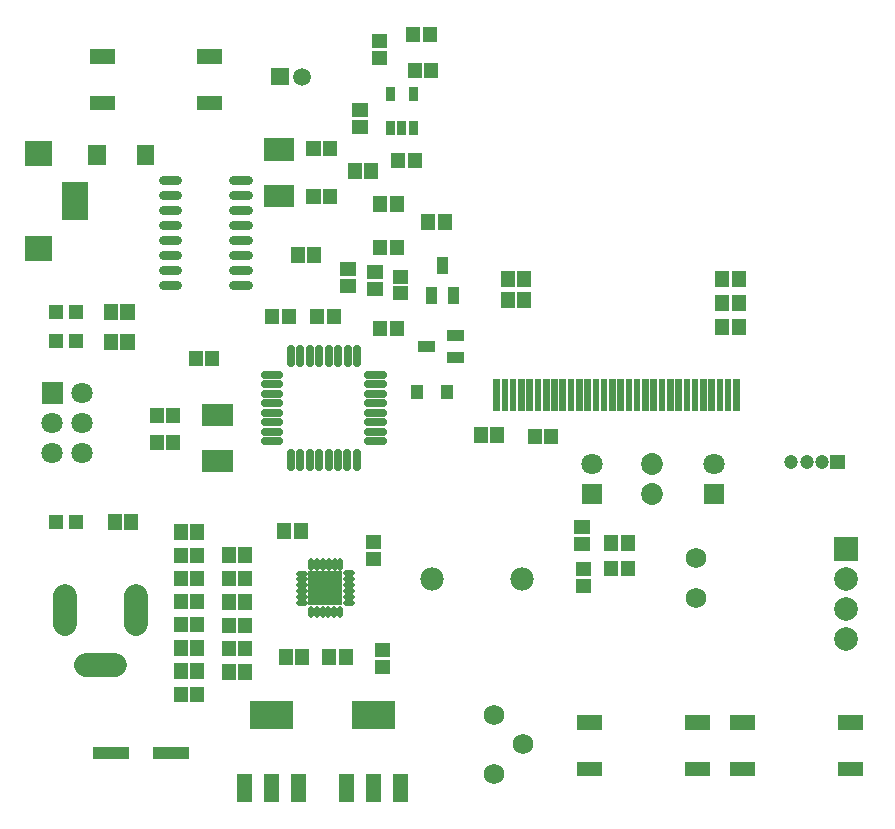
<source format=gts>
G04 Layer: TopSolderMaskLayer*
G04 EasyEDA v6.4.7, 2020-10-11T20:05:18--4:00*
G04 e6b0d2e49f2c434995fed72e9f85cac0,1eb4b4baf0c945e885b29d49d8d6ac6e,10*
G04 Gerber Generator version 0.2*
G04 Scale: 100 percent, Rotated: No, Reflected: No *
G04 Dimensions in millimeters *
G04 leading zeros omitted , absolute positions ,3 integer and 3 decimal *
%FSLAX33Y33*%
%MOMM*%
G90*
D02*

%ADD55C,0.803199*%
%ADD56C,2.003196*%
%ADD57C,0.483210*%
%ADD58C,0.653212*%
%ADD69C,1.203198*%
%ADD76R,1.295400X1.193800*%
%ADD77C,1.727200*%
%ADD78C,1.981200*%
%ADD80C,1.503197*%
%ADD83R,1.803197X1.727200*%
%ADD84C,1.803197*%
%ADD85C,1.854200*%

%LPD*%
G54D55*
G01X13251Y54739D02*
G01X12051Y54739D01*
G01X13251Y53469D02*
G01X12051Y53469D01*
G01X13251Y52199D02*
G01X12051Y52199D01*
G01X13251Y50929D02*
G01X12051Y50929D01*
G01X13251Y49659D02*
G01X12051Y49659D01*
G01X13251Y48389D02*
G01X12051Y48389D01*
G01X13251Y47119D02*
G01X12051Y47119D01*
G01X13251Y45849D02*
G01X12051Y45849D01*
G01X19194Y54739D02*
G01X17994Y54739D01*
G01X19194Y53469D02*
G01X17994Y53469D01*
G01X19194Y52199D02*
G01X17994Y52199D01*
G01X19194Y50929D02*
G01X17994Y50929D01*
G01X19194Y49659D02*
G01X17994Y49659D01*
G01X19194Y48389D02*
G01X17994Y48389D01*
G01X19194Y47119D02*
G01X17994Y47119D01*
G01X19194Y45849D02*
G01X17994Y45849D01*
G54D56*
G01X9732Y19554D02*
G01X9732Y17154D01*
G01X3733Y17154D02*
G01X3733Y19554D01*
G01X7933Y13653D02*
G01X5533Y13653D01*
G54D57*
G01X23523Y21426D02*
G01X24043Y21426D01*
G01X23523Y20926D02*
G01X24043Y20926D01*
G01X23523Y20426D02*
G01X24043Y20426D01*
G01X23523Y19928D02*
G01X24043Y19928D01*
G01X23523Y19427D02*
G01X24043Y19427D01*
G01X23523Y18927D02*
G01X24043Y18927D01*
G01X24538Y18455D02*
G01X24538Y17935D01*
G01X25038Y18455D02*
G01X25038Y17935D01*
G01X25539Y18455D02*
G01X25539Y17935D01*
G01X26037Y18455D02*
G01X26037Y17935D01*
G01X26537Y18455D02*
G01X26537Y17935D01*
G01X27037Y18455D02*
G01X27037Y17935D01*
G01X27523Y18937D02*
G01X28042Y18937D01*
G01X27523Y19438D02*
G01X28042Y19438D01*
G01X27523Y19938D02*
G01X28042Y19938D01*
G01X27523Y20436D02*
G01X28042Y20436D01*
G01X27523Y20936D02*
G01X28042Y20936D01*
G01X27523Y21437D02*
G01X28042Y21437D01*
G01X27053Y22454D02*
G01X27053Y21935D01*
G01X26552Y22454D02*
G01X26552Y21935D01*
G01X26052Y22454D02*
G01X26052Y21935D01*
G01X25554Y22454D02*
G01X25554Y21935D01*
G01X25054Y22454D02*
G01X25054Y21935D01*
G01X24553Y22454D02*
G01X24553Y21935D01*
G54D58*
G01X22862Y40416D02*
G01X22862Y39216D01*
G01X23662Y40416D02*
G01X23662Y39216D01*
G01X24462Y40416D02*
G01X24462Y39216D01*
G01X25262Y40416D02*
G01X25262Y39216D01*
G01X26059Y40416D02*
G01X26059Y39216D01*
G01X26859Y40416D02*
G01X26859Y39216D01*
G01X27660Y40416D02*
G01X27660Y39216D01*
G01X28460Y40416D02*
G01X28460Y39216D01*
G01X29424Y38241D02*
G01X30624Y38241D01*
G01X29424Y37441D02*
G01X30624Y37441D01*
G01X29424Y36641D02*
G01X30624Y36641D01*
G01X29424Y35841D02*
G01X30624Y35841D01*
G01X29424Y35043D02*
G01X30624Y35043D01*
G01X29424Y34243D02*
G01X30624Y34243D01*
G01X29424Y33443D02*
G01X30624Y33443D01*
G01X29424Y32643D02*
G01X30624Y32643D01*
G01X28450Y31653D02*
G01X28450Y30453D01*
G01X27649Y31653D02*
G01X27649Y30453D01*
G01X26849Y31653D02*
G01X26849Y30453D01*
G01X26049Y31653D02*
G01X26049Y30453D01*
G01X25252Y31653D02*
G01X25252Y30453D01*
G01X24452Y31653D02*
G01X24452Y30453D01*
G01X23651Y31653D02*
G01X23651Y30453D01*
G01X22851Y31653D02*
G01X22851Y30453D01*
G01X20687Y32653D02*
G01X21887Y32653D01*
G01X20687Y33453D02*
G01X21887Y33453D01*
G01X20687Y34253D02*
G01X21887Y34253D01*
G01X20687Y35054D02*
G01X21887Y35054D01*
G01X20687Y35851D02*
G01X21887Y35851D01*
G01X20687Y36651D02*
G01X21887Y36651D01*
G01X20687Y37451D02*
G01X21887Y37451D01*
G01X20687Y38251D02*
G01X21887Y38251D01*
G36*
G01X14325Y18399D02*
G01X14325Y19704D01*
G01X15526Y19704D01*
G01X15526Y18399D01*
G01X14325Y18399D01*
G37*
G36*
G01X12925Y18399D02*
G01X12925Y19704D01*
G01X14126Y19704D01*
G01X14126Y18399D01*
G01X12925Y18399D01*
G37*
G36*
G01X12925Y20362D02*
G01X12925Y21665D01*
G01X14126Y21665D01*
G01X14126Y20362D01*
G01X12925Y20362D01*
G37*
G36*
G01X14325Y20362D02*
G01X14325Y21665D01*
G01X15529Y21665D01*
G01X15529Y20362D01*
G01X14325Y20362D01*
G37*
G36*
G01X12925Y22326D02*
G01X12925Y23629D01*
G01X14126Y23629D01*
G01X14126Y22326D01*
G01X12925Y22326D01*
G37*
G36*
G01X14325Y22326D02*
G01X14325Y23629D01*
G01X15529Y23629D01*
G01X15529Y22326D01*
G01X14325Y22326D01*
G37*
G36*
G01X14195Y38973D02*
G01X14195Y40278D01*
G01X15396Y40278D01*
G01X15396Y38973D01*
G01X14195Y38973D01*
G37*
G36*
G01X15595Y38973D02*
G01X15595Y40278D01*
G01X16796Y40278D01*
G01X16796Y38973D01*
G01X15595Y38973D01*
G37*
G36*
G01X10893Y34147D02*
G01X10893Y35452D01*
G01X12094Y35452D01*
G01X12094Y34147D01*
G01X10893Y34147D01*
G37*
G36*
G01X12293Y34147D02*
G01X12293Y35452D01*
G01X13494Y35452D01*
G01X13494Y34147D01*
G01X12293Y34147D01*
G37*
G36*
G01X10893Y31861D02*
G01X10893Y33166D01*
G01X12094Y33166D01*
G01X12094Y31861D01*
G01X10893Y31861D01*
G37*
G36*
G01X12293Y31861D02*
G01X12293Y33166D01*
G01X13494Y33166D01*
G01X13494Y31861D01*
G01X12293Y31861D01*
G37*
G36*
G01X15338Y33903D02*
G01X15338Y35805D01*
G01X17942Y35805D01*
G01X17942Y33903D01*
G01X15338Y33903D01*
G37*
G36*
G01X15335Y29984D02*
G01X15335Y31886D01*
G01X17939Y31886D01*
G01X17939Y29984D01*
G01X15335Y29984D01*
G37*
G36*
G01X22072Y42529D02*
G01X22072Y43834D01*
G01X23273Y43834D01*
G01X23273Y42529D01*
G01X22072Y42529D01*
G37*
G36*
G01X20672Y42529D02*
G01X20672Y43834D01*
G01X21873Y43834D01*
G01X21873Y42529D01*
G01X20672Y42529D01*
G37*
G36*
G01X24482Y42529D02*
G01X24482Y43834D01*
G01X25683Y43834D01*
G01X25683Y42529D01*
G01X24482Y42529D01*
G37*
G36*
G01X25882Y42529D02*
G01X25882Y43834D01*
G01X27083Y43834D01*
G01X27083Y42529D01*
G01X25882Y42529D01*
G37*
G36*
G01X14325Y16438D02*
G01X14325Y17741D01*
G01X15526Y17741D01*
G01X15526Y16438D01*
G01X14325Y16438D01*
G37*
G36*
G01X12925Y16438D02*
G01X12925Y17741D01*
G01X14126Y17741D01*
G01X14126Y16438D01*
G01X12925Y16438D01*
G37*
G36*
G01X20545Y56382D02*
G01X20545Y58284D01*
G01X23149Y58284D01*
G01X23149Y56382D01*
G01X20545Y56382D01*
G37*
G36*
G01X20542Y52463D02*
G01X20542Y54365D01*
G01X23146Y54365D01*
G01X23146Y52463D01*
G01X20542Y52463D01*
G37*
G36*
G01X25564Y52689D02*
G01X25564Y53994D01*
G01X26765Y53994D01*
G01X26765Y52689D01*
G01X25564Y52689D01*
G37*
G36*
G01X24165Y52689D02*
G01X24165Y53994D01*
G01X25366Y53994D01*
G01X25366Y52689D01*
G01X24165Y52689D01*
G37*
G36*
G01X25564Y56753D02*
G01X25564Y58058D01*
G01X26765Y58058D01*
G01X26765Y56753D01*
G01X25564Y56753D01*
G37*
G36*
G01X24165Y56753D02*
G01X24165Y58058D01*
G01X25366Y58058D01*
G01X25366Y56753D01*
G01X24165Y56753D01*
G37*
G36*
G01X3484Y51332D02*
G01X3484Y51988D01*
G01X5686Y51988D01*
G01X5686Y51332D01*
G01X3484Y51332D01*
G37*
G36*
G01X3484Y51983D02*
G01X3484Y52638D01*
G01X5686Y52638D01*
G01X5686Y51983D01*
G01X3484Y51983D01*
G37*
G36*
G01X3484Y52633D02*
G01X3484Y53288D01*
G01X5686Y53288D01*
G01X5686Y52633D01*
G01X3484Y52633D01*
G37*
G36*
G01X3484Y53283D02*
G01X3484Y53938D01*
G01X5686Y53938D01*
G01X5686Y53283D01*
G01X3484Y53283D01*
G37*
G36*
G01X3484Y53933D02*
G01X3484Y54589D01*
G01X5686Y54589D01*
G01X5686Y53933D01*
G01X3484Y53933D01*
G37*
G36*
G01X362Y47908D02*
G01X362Y50012D01*
G01X2666Y50012D01*
G01X2666Y47908D01*
G01X362Y47908D01*
G37*
G36*
G01X362Y55909D02*
G01X362Y58013D01*
G01X2666Y58013D01*
G01X2666Y55909D01*
G01X362Y55909D01*
G37*
G36*
G01X5717Y56059D02*
G01X5717Y57733D01*
G01X7190Y57733D01*
G01X7190Y56059D01*
G01X5717Y56059D01*
G37*
G36*
G01X9831Y56059D02*
G01X9831Y57733D01*
G01X11305Y57733D01*
G01X11305Y56059D01*
G01X9831Y56059D01*
G37*
G36*
G01X18264Y2072D02*
G01X18264Y4434D01*
G01X19560Y4434D01*
G01X19560Y2072D01*
G01X18264Y2072D01*
G37*
G36*
G01X20576Y2072D02*
G01X20576Y4434D01*
G01X21871Y4434D01*
G01X21871Y2072D01*
G01X20576Y2072D01*
G37*
G36*
G01X22862Y2072D02*
G01X22862Y4434D01*
G01X24157Y4434D01*
G01X24157Y2072D01*
G01X22862Y2072D01*
G37*
G36*
G01X19369Y8269D02*
G01X19369Y10631D01*
G01X23077Y10631D01*
G01X23077Y8269D01*
G01X19369Y8269D01*
G37*
G36*
G01X12925Y10550D02*
G01X12925Y11853D01*
G01X14126Y11853D01*
G01X14126Y10550D01*
G01X12925Y10550D01*
G37*
G36*
G01X14325Y10550D02*
G01X14325Y11853D01*
G01X15529Y11853D01*
G01X15529Y10550D01*
G01X14325Y10550D01*
G37*
G36*
G01X6120Y5724D02*
G01X6120Y6725D01*
G01X9123Y6725D01*
G01X9123Y5724D01*
G01X6120Y5724D01*
G37*
G36*
G01X11200Y5724D02*
G01X11200Y6725D01*
G01X14203Y6725D01*
G01X14203Y5724D01*
G01X11200Y5724D01*
G37*
G36*
G01X46974Y21183D02*
G01X46974Y22384D01*
G01X48279Y22384D01*
G01X48279Y21183D01*
G01X46974Y21183D01*
G37*
G36*
G01X46974Y19783D02*
G01X46974Y20984D01*
G01X48279Y20984D01*
G01X48279Y19783D01*
G01X46974Y19783D01*
G37*
G36*
G01X68533Y30261D02*
G01X68533Y31464D01*
G01X69737Y31464D01*
G01X69737Y30261D01*
G01X68533Y30261D01*
G37*
G54D69*
G01X67834Y30863D03*
G01X66535Y30863D03*
G01X65235Y30863D03*
G36*
G01X58772Y45704D02*
G01X58772Y47009D01*
G01X59973Y47009D01*
G01X59973Y45704D01*
G01X58772Y45704D01*
G37*
G36*
G01X60172Y45704D02*
G01X60172Y47009D01*
G01X61373Y47009D01*
G01X61373Y45704D01*
G01X60172Y45704D01*
G37*
G36*
G01X60172Y43672D02*
G01X60172Y44977D01*
G01X61373Y44977D01*
G01X61373Y43672D01*
G01X60172Y43672D01*
G37*
G36*
G01X58772Y43672D02*
G01X58772Y44977D01*
G01X59973Y44977D01*
G01X59973Y43672D01*
G01X58772Y43672D01*
G37*
G36*
G01X60172Y41640D02*
G01X60172Y42945D01*
G01X61373Y42945D01*
G01X61373Y41640D01*
G01X60172Y41640D01*
G37*
G36*
G01X58772Y41640D02*
G01X58772Y42945D01*
G01X59973Y42945D01*
G01X59973Y41640D01*
G01X58772Y41640D01*
G37*
G36*
G01X30944Y58531D02*
G01X30944Y59735D01*
G01X31698Y59735D01*
G01X31698Y58531D01*
G01X30944Y58531D01*
G37*
G36*
G01X31884Y58531D02*
G01X31884Y59735D01*
G01X32638Y59735D01*
G01X32638Y58531D01*
G01X31884Y58531D01*
G37*
G36*
G01X32823Y58531D02*
G01X32823Y59735D01*
G01X33578Y59735D01*
G01X33578Y58531D01*
G01X32823Y58531D01*
G37*
G36*
G01X32823Y61426D02*
G01X32823Y62630D01*
G01X33578Y62630D01*
G01X33578Y61426D01*
G01X32823Y61426D01*
G37*
G36*
G01X30944Y61426D02*
G01X30944Y62630D01*
G01X31698Y62630D01*
G01X31698Y61426D01*
G01X30944Y61426D01*
G37*
G36*
G01X29702Y64487D02*
G01X29702Y65688D01*
G01X31007Y65688D01*
G01X31007Y64487D01*
G01X29702Y64487D01*
G37*
G36*
G01X29702Y65887D02*
G01X29702Y67088D01*
G01X31007Y67088D01*
G01X31007Y65887D01*
G01X29702Y65887D01*
G37*
G36*
G01X34010Y66405D02*
G01X34010Y67710D01*
G01X35211Y67710D01*
G01X35211Y66405D01*
G01X34010Y66405D01*
G37*
G36*
G01X32610Y66405D02*
G01X32610Y67710D01*
G01X33811Y67710D01*
G01X33811Y66405D01*
G01X32610Y66405D01*
G37*
G36*
G01X34137Y63357D02*
G01X34137Y64662D01*
G01X35338Y64662D01*
G01X35338Y63357D01*
G01X34137Y63357D01*
G37*
G36*
G01X32737Y63357D02*
G01X32737Y64662D01*
G01X33938Y64662D01*
G01X33938Y63357D01*
G01X32737Y63357D01*
G37*
G36*
G01X31340Y55737D02*
G01X31340Y57042D01*
G01X32541Y57042D01*
G01X32541Y55737D01*
G01X31340Y55737D01*
G37*
G36*
G01X32740Y55737D02*
G01X32740Y57042D01*
G01X33941Y57042D01*
G01X33941Y55737D01*
G01X32740Y55737D01*
G37*
G36*
G01X29816Y52054D02*
G01X29816Y53359D01*
G01X31017Y53359D01*
G01X31017Y52054D01*
G01X29816Y52054D01*
G37*
G36*
G01X31216Y52054D02*
G01X31216Y53359D01*
G01X32417Y53359D01*
G01X32417Y52054D01*
G01X31216Y52054D01*
G37*
G36*
G01X27657Y54848D02*
G01X27657Y56153D01*
G01X28858Y56153D01*
G01X28858Y54848D01*
G01X27657Y54848D01*
G37*
G36*
G01X29057Y54848D02*
G01X29057Y56153D01*
G01X30258Y56153D01*
G01X30258Y54848D01*
G01X29057Y54848D01*
G37*
G36*
G01X28051Y60045D02*
G01X28051Y61246D01*
G01X29356Y61246D01*
G01X29356Y60045D01*
G01X28051Y60045D01*
G37*
G36*
G01X28051Y58645D02*
G01X28051Y59846D01*
G01X29356Y59846D01*
G01X29356Y58645D01*
G01X28051Y58645D01*
G37*
G36*
G01X12925Y24289D02*
G01X12925Y25592D01*
G01X14126Y25592D01*
G01X14126Y24289D01*
G01X12925Y24289D01*
G37*
G36*
G01X14325Y24289D02*
G01X14325Y25592D01*
G01X15529Y25592D01*
G01X15529Y24289D01*
G01X14325Y24289D01*
G37*
G36*
G01X39725Y32496D02*
G01X39725Y33801D01*
G01X40926Y33801D01*
G01X40926Y32496D01*
G01X39725Y32496D01*
G37*
G36*
G01X38325Y32496D02*
G01X38325Y33801D01*
G01X39526Y33801D01*
G01X39526Y32496D01*
G01X38325Y32496D01*
G37*
G36*
G01X44297Y32369D02*
G01X44297Y33674D01*
G01X45498Y33674D01*
G01X45498Y32369D01*
G01X44297Y32369D01*
G37*
G36*
G01X42897Y32369D02*
G01X42897Y33674D01*
G01X44098Y33674D01*
G01X44098Y32369D01*
G01X42897Y32369D01*
G37*
G36*
G01X16989Y22336D02*
G01X16989Y23641D01*
G01X18190Y23641D01*
G01X18190Y22336D01*
G01X16989Y22336D01*
G37*
G36*
G01X18389Y22336D02*
G01X18389Y23641D01*
G01X19590Y23641D01*
G01X19590Y22336D01*
G01X18389Y22336D01*
G37*
G36*
G01X16989Y20355D02*
G01X16989Y21660D01*
G01X18190Y21660D01*
G01X18190Y20355D01*
G01X16989Y20355D01*
G37*
G36*
G01X18389Y20355D02*
G01X18389Y21660D01*
G01X19590Y21660D01*
G01X19590Y20355D01*
G01X18389Y20355D01*
G37*
G36*
G01X40611Y45704D02*
G01X40611Y47009D01*
G01X41812Y47009D01*
G01X41812Y45704D01*
G01X40611Y45704D01*
G37*
G36*
G01X42011Y45704D02*
G01X42011Y47009D01*
G01X43212Y47009D01*
G01X43212Y45704D01*
G01X42011Y45704D01*
G37*
G36*
G01X22831Y47736D02*
G01X22831Y49041D01*
G01X24032Y49041D01*
G01X24032Y47736D01*
G01X22831Y47736D01*
G37*
G36*
G01X24231Y47736D02*
G01X24231Y49041D01*
G01X25432Y49041D01*
G01X25432Y47736D01*
G01X24231Y47736D01*
G37*
G36*
G01X29816Y48371D02*
G01X29816Y49676D01*
G01X31017Y49676D01*
G01X31017Y48371D01*
G01X29816Y48371D01*
G37*
G36*
G01X31216Y48371D02*
G01X31216Y49676D01*
G01X32417Y49676D01*
G01X32417Y48371D01*
G01X31216Y48371D01*
G37*
G36*
G01X33029Y36230D02*
G01X33029Y37433D01*
G01X34032Y37433D01*
G01X34032Y36230D01*
G01X33029Y36230D01*
G37*
G36*
G01X35569Y36230D02*
G01X35569Y37433D01*
G01X36572Y37433D01*
G01X36572Y36230D01*
G01X35569Y36230D01*
G37*
G36*
G01X31216Y41513D02*
G01X31216Y42818D01*
G01X32417Y42818D01*
G01X32417Y41513D01*
G01X31216Y41513D01*
G37*
G36*
G01X29816Y41513D02*
G01X29816Y42818D01*
G01X31017Y42818D01*
G01X31017Y41513D01*
G01X29816Y41513D01*
G37*
G36*
G01X33880Y50530D02*
G01X33880Y51835D01*
G01X35081Y51835D01*
G01X35081Y50530D01*
G01X33880Y50530D01*
G37*
G36*
G01X35280Y50530D02*
G01X35280Y51835D01*
G01X36481Y51835D01*
G01X36481Y50530D01*
G01X35280Y50530D01*
G37*
G36*
G01X26900Y2072D02*
G01X26900Y4434D01*
G01X28196Y4434D01*
G01X28196Y2072D01*
G01X26900Y2072D01*
G37*
G36*
G01X29212Y2072D02*
G01X29212Y4434D01*
G01X30507Y4434D01*
G01X30507Y2072D01*
G01X29212Y2072D01*
G37*
G36*
G01X31498Y2072D02*
G01X31498Y4434D01*
G01X32793Y4434D01*
G01X32793Y2072D01*
G01X31498Y2072D01*
G37*
G36*
G01X28005Y8269D02*
G01X28005Y10631D01*
G01X31713Y10631D01*
G01X31713Y8269D01*
G01X28005Y8269D01*
G37*
G36*
G01X14325Y12511D02*
G01X14325Y13814D01*
G01X15526Y13814D01*
G01X15526Y12511D01*
G01X14325Y12511D01*
G37*
G36*
G01X12925Y12511D02*
G01X12925Y13814D01*
G01X14126Y13814D01*
G01X14126Y12511D01*
G01X12925Y12511D01*
G37*
G36*
G01X16989Y12430D02*
G01X16989Y13735D01*
G01X18190Y13735D01*
G01X18190Y12430D01*
G01X16989Y12430D01*
G37*
G36*
G01X18389Y12430D02*
G01X18389Y13735D01*
G01X19590Y13735D01*
G01X19590Y12430D01*
G01X18389Y12430D01*
G37*
G36*
G01X18389Y14411D02*
G01X18389Y15716D01*
G01X19590Y15716D01*
G01X19590Y14411D01*
G01X18389Y14411D01*
G37*
G36*
G01X16986Y14411D02*
G01X16986Y15716D01*
G01X18190Y15716D01*
G01X18190Y14411D01*
G01X16986Y14411D01*
G37*
G36*
G01X12925Y14474D02*
G01X12925Y15777D01*
G01X14126Y15777D01*
G01X14126Y14474D01*
G01X12925Y14474D01*
G37*
G36*
G01X14325Y14474D02*
G01X14325Y15777D01*
G01X15529Y15777D01*
G01X15529Y14474D01*
G01X14325Y14474D01*
G37*
G36*
G01X35236Y46753D02*
G01X35236Y48206D01*
G01X36141Y48206D01*
G01X36141Y46753D01*
G01X35236Y46753D01*
G37*
G36*
G01X36186Y44253D02*
G01X36186Y45706D01*
G01X37091Y45706D01*
G01X37091Y44253D01*
G01X36186Y44253D01*
G37*
G36*
G01X34286Y44253D02*
G01X34286Y45706D01*
G01X35191Y45706D01*
G01X35191Y44253D01*
G01X34286Y44253D01*
G37*
G36*
G01X33585Y40189D02*
G01X33585Y41094D01*
G01X35038Y41094D01*
G01X35038Y40189D01*
G01X33585Y40189D01*
G37*
G36*
G01X36085Y41139D02*
G01X36085Y42044D01*
G01X37538Y42044D01*
G01X37538Y41139D01*
G01X36085Y41139D01*
G37*
G36*
G01X36085Y39239D02*
G01X36085Y40144D01*
G01X37538Y40144D01*
G01X37538Y39239D01*
G01X36085Y39239D01*
G37*
G36*
G01X31480Y45948D02*
G01X31480Y47149D01*
G01X32785Y47149D01*
G01X32785Y45948D01*
G01X31480Y45948D01*
G37*
G36*
G01X31480Y44548D02*
G01X31480Y45749D01*
G01X32785Y45749D01*
G01X32785Y44548D01*
G01X31480Y44548D01*
G37*
G36*
G01X27035Y46583D02*
G01X27035Y47784D01*
G01X28340Y47784D01*
G01X28340Y46583D01*
G01X27035Y46583D01*
G37*
G36*
G01X27035Y45183D02*
G01X27035Y46384D01*
G01X28340Y46384D01*
G01X28340Y45183D01*
G01X27035Y45183D01*
G37*
G36*
G01X40611Y43926D02*
G01X40611Y45231D01*
G01X41812Y45231D01*
G01X41812Y43926D01*
G01X40611Y43926D01*
G37*
G36*
G01X42011Y43926D02*
G01X42011Y45231D01*
G01X43212Y45231D01*
G01X43212Y43926D01*
G01X42011Y43926D01*
G37*
G36*
G01X29321Y44929D02*
G01X29321Y46130D01*
G01X30626Y46130D01*
G01X30626Y44929D01*
G01X29321Y44929D01*
G37*
G36*
G01X29321Y46329D02*
G01X29321Y47530D01*
G01X30626Y47530D01*
G01X30626Y46329D01*
G01X29321Y46329D01*
G37*
G36*
G01X24340Y18739D02*
G01X24340Y21625D01*
G01X27225Y21625D01*
G01X27225Y18739D01*
G01X24340Y18739D01*
G37*
G36*
G01X21688Y24368D02*
G01X21688Y25673D01*
G01X22889Y25673D01*
G01X22889Y24368D01*
G01X21688Y24368D01*
G37*
G36*
G01X23088Y24368D02*
G01X23088Y25673D01*
G01X24289Y25673D01*
G01X24289Y24368D01*
G01X23088Y24368D01*
G37*
G36*
G01X29194Y22069D02*
G01X29194Y23270D01*
G01X30499Y23270D01*
G01X30499Y22069D01*
G01X29194Y22069D01*
G37*
G36*
G01X29194Y23469D02*
G01X29194Y24670D01*
G01X30499Y24670D01*
G01X30499Y23469D01*
G01X29194Y23469D01*
G37*
G36*
G01X29956Y14325D02*
G01X29956Y15526D01*
G01X31261Y15526D01*
G01X31261Y14325D01*
G01X29956Y14325D01*
G37*
G36*
G01X29956Y12925D02*
G01X29956Y14126D01*
G01X31261Y14126D01*
G01X31261Y12925D01*
G01X29956Y12925D01*
G37*
G36*
G01X23215Y13700D02*
G01X23215Y15005D01*
G01X24416Y15005D01*
G01X24416Y13700D01*
G01X23215Y13700D01*
G37*
G36*
G01X21815Y13700D02*
G01X21815Y15005D01*
G01X23016Y15005D01*
G01X23016Y13700D01*
G01X21815Y13700D01*
G37*
G36*
G01X25498Y13700D02*
G01X25498Y15005D01*
G01X26699Y15005D01*
G01X26699Y13700D01*
G01X25498Y13700D01*
G37*
G36*
G01X26898Y13700D02*
G01X26898Y15005D01*
G01X28099Y15005D01*
G01X28099Y13700D01*
G01X26898Y13700D01*
G37*
G36*
G01X16989Y16392D02*
G01X16989Y17698D01*
G01X18190Y17698D01*
G01X18190Y16392D01*
G01X16989Y16392D01*
G37*
G36*
G01X18389Y16392D02*
G01X18389Y17698D01*
G01X19590Y17698D01*
G01X19590Y16392D01*
G01X18389Y16392D01*
G37*
G36*
G01X18389Y18373D02*
G01X18389Y19679D01*
G01X19590Y19679D01*
G01X19590Y18373D01*
G01X18389Y18373D01*
G37*
G36*
G01X16986Y18373D02*
G01X16986Y19679D01*
G01X18190Y19679D01*
G01X18190Y18373D01*
G01X16986Y18373D01*
G37*
G36*
G01X46847Y23339D02*
G01X46847Y24540D01*
G01X48152Y24540D01*
G01X48152Y23339D01*
G01X46847Y23339D01*
G37*
G36*
G01X46847Y24739D02*
G01X46847Y25940D01*
G01X48152Y25940D01*
G01X48152Y24739D01*
G01X46847Y24739D01*
G37*
G36*
G01X49374Y23352D02*
G01X49374Y24657D01*
G01X50575Y24657D01*
G01X50575Y23352D01*
G01X49374Y23352D01*
G37*
G36*
G01X50774Y23352D02*
G01X50774Y24657D01*
G01X51975Y24657D01*
G01X51975Y23352D01*
G01X50774Y23352D01*
G37*
G36*
G01X49374Y21193D02*
G01X49374Y22498D01*
G01X50575Y22498D01*
G01X50575Y21193D01*
G01X49374Y21193D01*
G37*
G36*
G01X50774Y21193D02*
G01X50774Y22498D01*
G01X51975Y22498D01*
G01X51975Y21193D01*
G01X50774Y21193D01*
G37*
G36*
G01X7020Y40370D02*
G01X7020Y41675D01*
G01X8221Y41675D01*
G01X8221Y40370D01*
G01X7020Y40370D01*
G37*
G36*
G01X8419Y40370D02*
G01X8419Y41675D01*
G01X9620Y41675D01*
G01X9620Y40370D01*
G01X8419Y40370D01*
G37*
G36*
G01X7020Y42910D02*
G01X7020Y44215D01*
G01X8221Y44215D01*
G01X8221Y42910D01*
G01X7020Y42910D01*
G37*
G36*
G01X8419Y42910D02*
G01X8419Y44215D01*
G01X9620Y44215D01*
G01X9620Y42910D01*
G01X8419Y42910D01*
G37*
G36*
G01X8737Y25130D02*
G01X8737Y26435D01*
G01X9938Y26435D01*
G01X9938Y25130D01*
G01X8737Y25130D01*
G37*
G36*
G01X7337Y25130D02*
G01X7337Y26435D01*
G01X8538Y26435D01*
G01X8538Y25130D01*
G01X7337Y25130D01*
G37*
G36*
G01X5831Y60697D02*
G01X5831Y61899D01*
G01X7934Y61899D01*
G01X7934Y60697D01*
G01X5831Y60697D01*
G37*
G36*
G01X14932Y60697D02*
G01X14932Y61899D01*
G01X17035Y61899D01*
G01X17035Y60697D01*
G01X14932Y60697D01*
G37*
G36*
G01X14932Y64596D02*
G01X14932Y65800D01*
G01X17035Y65800D01*
G01X17035Y64596D01*
G01X14932Y64596D01*
G37*
G36*
G01X5831Y64596D02*
G01X5831Y65800D01*
G01X7934Y65800D01*
G01X7934Y64596D01*
G01X5831Y64596D01*
G37*
G54D76*
G01X4632Y41150D03*
G01X2930Y41150D03*
G01X4632Y43563D03*
G01X2930Y43563D03*
G01X4632Y25783D03*
G01X2930Y25783D03*
G54D77*
G01X42526Y6986D03*
G01X40027Y4486D03*
G01X40027Y9486D03*
G54D78*
G01X34810Y20957D03*
G01X42409Y20957D03*
G36*
G01X56207Y8208D02*
G01X56207Y9412D01*
G01X58310Y9412D01*
G01X58310Y8208D01*
G01X56207Y8208D01*
G37*
G36*
G01X47106Y8208D02*
G01X47106Y9412D01*
G01X49209Y9412D01*
G01X49209Y8208D01*
G01X47106Y8208D01*
G37*
G36*
G01X47106Y4309D02*
G01X47106Y5511D01*
G01X49209Y5511D01*
G01X49209Y4309D01*
G01X47106Y4309D01*
G37*
G36*
G01X56207Y4309D02*
G01X56207Y5511D01*
G01X58310Y5511D01*
G01X58310Y4309D01*
G01X56207Y4309D01*
G37*
G36*
G01X69161Y8208D02*
G01X69161Y9412D01*
G01X71264Y9412D01*
G01X71264Y8208D01*
G01X69161Y8208D01*
G37*
G36*
G01X60060Y8208D02*
G01X60060Y9412D01*
G01X62163Y9412D01*
G01X62163Y8208D01*
G01X60060Y8208D01*
G37*
G36*
G01X60060Y4309D02*
G01X60060Y5511D01*
G01X62163Y5511D01*
G01X62163Y4309D01*
G01X60060Y4309D01*
G37*
G36*
G01X69161Y4309D02*
G01X69161Y5511D01*
G01X71264Y5511D01*
G01X71264Y4309D01*
G01X69161Y4309D01*
G37*
G54D77*
G01X57152Y22783D03*
G01X57152Y19383D03*
G36*
G01X21160Y62750D02*
G01X21160Y64253D01*
G01X22663Y64253D01*
G01X22663Y62750D01*
G01X21160Y62750D01*
G37*
G54D80*
G01X23811Y63502D03*
G36*
G01X39996Y35224D02*
G01X39996Y37926D01*
G01X40550Y37926D01*
G01X40550Y35224D01*
G01X39996Y35224D01*
G37*
G36*
G01X40700Y35226D02*
G01X40700Y37929D01*
G01X41254Y37929D01*
G01X41254Y35226D01*
G01X40700Y35226D01*
G37*
G36*
G01X41401Y35226D02*
G01X41401Y37929D01*
G01X41955Y37929D01*
G01X41955Y35226D01*
G01X41401Y35226D01*
G37*
G36*
G01X42102Y35226D02*
G01X42102Y37929D01*
G01X42653Y37929D01*
G01X42653Y35226D01*
G01X42102Y35226D01*
G37*
G36*
G01X42801Y35226D02*
G01X42801Y37929D01*
G01X43354Y37929D01*
G01X43354Y35226D01*
G01X42801Y35226D01*
G37*
G36*
G01X43502Y35226D02*
G01X43502Y37929D01*
G01X44055Y37929D01*
G01X44055Y35226D01*
G01X43502Y35226D01*
G37*
G36*
G01X44200Y35226D02*
G01X44200Y37929D01*
G01X44754Y37929D01*
G01X44754Y35226D01*
G01X44200Y35226D01*
G37*
G36*
G01X44901Y35226D02*
G01X44901Y37929D01*
G01X45455Y37929D01*
G01X45455Y35226D01*
G01X44901Y35226D01*
G37*
G36*
G01X45600Y35226D02*
G01X45600Y37929D01*
G01X46153Y37929D01*
G01X46153Y35226D01*
G01X45600Y35226D01*
G37*
G36*
G01X46301Y35226D02*
G01X46301Y37929D01*
G01X46854Y37929D01*
G01X46854Y35226D01*
G01X46301Y35226D01*
G37*
G36*
G01X47002Y35226D02*
G01X47002Y37929D01*
G01X47555Y37929D01*
G01X47555Y35226D01*
G01X47002Y35226D01*
G37*
G36*
G01X47700Y35226D02*
G01X47700Y37929D01*
G01X48254Y37929D01*
G01X48254Y35226D01*
G01X47700Y35226D01*
G37*
G36*
G01X48401Y35226D02*
G01X48401Y37929D01*
G01X48955Y37929D01*
G01X48955Y35226D01*
G01X48401Y35226D01*
G37*
G36*
G01X49100Y35226D02*
G01X49100Y37929D01*
G01X49653Y37929D01*
G01X49653Y35226D01*
G01X49100Y35226D01*
G37*
G36*
G01X49801Y35226D02*
G01X49801Y37929D01*
G01X50354Y37929D01*
G01X50354Y35226D01*
G01X49801Y35226D01*
G37*
G36*
G01X50502Y35226D02*
G01X50502Y37929D01*
G01X51056Y37929D01*
G01X51056Y35226D01*
G01X50502Y35226D01*
G37*
G36*
G01X51200Y35226D02*
G01X51200Y37929D01*
G01X51754Y37929D01*
G01X51754Y35226D01*
G01X51200Y35226D01*
G37*
G36*
G01X51901Y35226D02*
G01X51901Y37929D01*
G01X52455Y37929D01*
G01X52455Y35226D01*
G01X51901Y35226D01*
G37*
G36*
G01X52600Y35226D02*
G01X52600Y37929D01*
G01X53154Y37929D01*
G01X53154Y35226D01*
G01X52600Y35226D01*
G37*
G36*
G01X53301Y35226D02*
G01X53301Y37929D01*
G01X53855Y37929D01*
G01X53855Y35226D01*
G01X53301Y35226D01*
G37*
G36*
G01X54002Y35226D02*
G01X54002Y37929D01*
G01X54556Y37929D01*
G01X54556Y35226D01*
G01X54002Y35226D01*
G37*
G36*
G01X54700Y35226D02*
G01X54700Y37929D01*
G01X55254Y37929D01*
G01X55254Y35226D01*
G01X54700Y35226D01*
G37*
G36*
G01X55401Y35226D02*
G01X55401Y37929D01*
G01X55955Y37929D01*
G01X55955Y35226D01*
G01X55401Y35226D01*
G37*
G36*
G01X56100Y35226D02*
G01X56100Y37929D01*
G01X56654Y37929D01*
G01X56654Y35226D01*
G01X56100Y35226D01*
G37*
G36*
G01X56801Y35226D02*
G01X56801Y37929D01*
G01X57355Y37929D01*
G01X57355Y35226D01*
G01X56801Y35226D01*
G37*
G36*
G01X57499Y35226D02*
G01X57499Y37929D01*
G01X58056Y37929D01*
G01X58056Y35226D01*
G01X57499Y35226D01*
G37*
G36*
G01X58201Y35226D02*
G01X58201Y37929D01*
G01X58754Y37929D01*
G01X58754Y35226D01*
G01X58201Y35226D01*
G37*
G36*
G01X58896Y35229D02*
G01X58896Y37931D01*
G01X59450Y37931D01*
G01X59450Y35229D01*
G01X58896Y35229D01*
G37*
G36*
G01X59595Y35229D02*
G01X59595Y37931D01*
G01X60149Y37931D01*
G01X60149Y35229D01*
G01X59595Y35229D01*
G37*
G36*
G01X60293Y35229D02*
G01X60293Y37931D01*
G01X60847Y37931D01*
G01X60847Y35229D01*
G01X60293Y35229D01*
G37*
G36*
G01X68851Y22496D02*
G01X68851Y24497D01*
G01X70852Y24497D01*
G01X70852Y22496D01*
G01X68851Y22496D01*
G37*
G54D56*
G01X69852Y20957D03*
G01X69852Y18417D03*
G01X69852Y15877D03*
G54D83*
G01X48389Y28196D03*
G54D84*
G01X48389Y30736D03*
G54D85*
G01X53469Y28196D03*
G01X53469Y30736D03*
G54D83*
G01X58676Y28196D03*
G54D84*
G01X58676Y30736D03*
G01X5209Y31625D03*
G01X2669Y31625D03*
G01X5209Y34165D03*
G01X2669Y34165D03*
G01X5209Y36705D03*
G36*
G01X1767Y35803D02*
G01X1767Y37606D01*
G01X3570Y37606D01*
G01X3570Y35803D01*
G01X1767Y35803D01*
G37*
M00*
M02*

</source>
